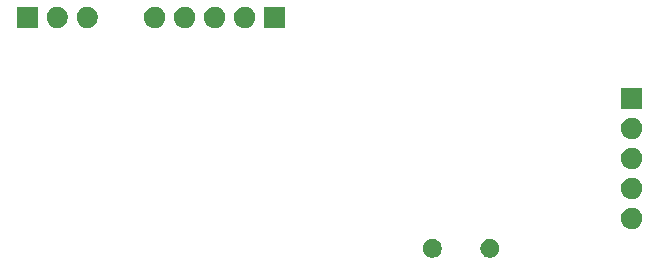
<source format=gbr>
%TF.GenerationSoftware,KiCad,Pcbnew,5.1.6-c6e7f7d~86~ubuntu18.04.1*%
%TF.CreationDate,2020-05-25T18:48:25+02:00*%
%TF.ProjectId,ft232rl_converter_v2,66743233-3272-46c5-9f63-6f6e76657274,1.0*%
%TF.SameCoordinates,PX4d83c00PY525bfc0*%
%TF.FileFunction,Soldermask,Bot*%
%TF.FilePolarity,Negative*%
%FSLAX46Y46*%
G04 Gerber Fmt 4.6, Leading zero omitted, Abs format (unit mm)*
G04 Created by KiCad (PCBNEW 5.1.6-c6e7f7d~86~ubuntu18.04.1) date 2020-05-25 18:48:25*
%MOMM*%
%LPD*%
G01*
G04 APERTURE LIST*
%ADD10C,0.150000*%
G04 APERTURE END LIST*
D10*
G36*
X38333642Y5850219D02*
G01*
X38479414Y5789838D01*
X38479416Y5789837D01*
X38610608Y5702178D01*
X38722178Y5590608D01*
X38809837Y5459416D01*
X38809838Y5459414D01*
X38870219Y5313642D01*
X38901000Y5158893D01*
X38901000Y5001107D01*
X38870219Y4846358D01*
X38809838Y4700586D01*
X38809837Y4700584D01*
X38722178Y4569392D01*
X38610608Y4457822D01*
X38479416Y4370163D01*
X38479415Y4370162D01*
X38479414Y4370162D01*
X38333642Y4309781D01*
X38178893Y4279000D01*
X38021107Y4279000D01*
X37866358Y4309781D01*
X37720586Y4370162D01*
X37720585Y4370162D01*
X37720584Y4370163D01*
X37589392Y4457822D01*
X37477822Y4569392D01*
X37390163Y4700584D01*
X37390162Y4700586D01*
X37329781Y4846358D01*
X37299000Y5001107D01*
X37299000Y5158893D01*
X37329781Y5313642D01*
X37390162Y5459414D01*
X37390163Y5459416D01*
X37477822Y5590608D01*
X37589392Y5702178D01*
X37720584Y5789837D01*
X37720586Y5789838D01*
X37866358Y5850219D01*
X38021107Y5881000D01*
X38178893Y5881000D01*
X38333642Y5850219D01*
G37*
G36*
X43213642Y5850219D02*
G01*
X43359414Y5789838D01*
X43359416Y5789837D01*
X43490608Y5702178D01*
X43602178Y5590608D01*
X43689837Y5459416D01*
X43689838Y5459414D01*
X43750219Y5313642D01*
X43781000Y5158893D01*
X43781000Y5001107D01*
X43750219Y4846358D01*
X43689838Y4700586D01*
X43689837Y4700584D01*
X43602178Y4569392D01*
X43490608Y4457822D01*
X43359416Y4370163D01*
X43359415Y4370162D01*
X43359414Y4370162D01*
X43213642Y4309781D01*
X43058893Y4279000D01*
X42901107Y4279000D01*
X42746358Y4309781D01*
X42600586Y4370162D01*
X42600585Y4370162D01*
X42600584Y4370163D01*
X42469392Y4457822D01*
X42357822Y4569392D01*
X42270163Y4700584D01*
X42270162Y4700586D01*
X42209781Y4846358D01*
X42179000Y5001107D01*
X42179000Y5158893D01*
X42209781Y5313642D01*
X42270162Y5459414D01*
X42270163Y5459416D01*
X42357822Y5590608D01*
X42469392Y5702178D01*
X42600584Y5789837D01*
X42600586Y5789838D01*
X42746358Y5850219D01*
X42901107Y5881000D01*
X43058893Y5881000D01*
X43213642Y5850219D01*
G37*
G36*
X55104512Y8516073D02*
G01*
X55253812Y8486376D01*
X55417784Y8418456D01*
X55565354Y8319853D01*
X55690853Y8194354D01*
X55789456Y8046784D01*
X55857376Y7882812D01*
X55892000Y7708741D01*
X55892000Y7531259D01*
X55857376Y7357188D01*
X55789456Y7193216D01*
X55690853Y7045646D01*
X55565354Y6920147D01*
X55417784Y6821544D01*
X55253812Y6753624D01*
X55104512Y6723927D01*
X55079742Y6719000D01*
X54902258Y6719000D01*
X54877488Y6723927D01*
X54728188Y6753624D01*
X54564216Y6821544D01*
X54416646Y6920147D01*
X54291147Y7045646D01*
X54192544Y7193216D01*
X54124624Y7357188D01*
X54090000Y7531259D01*
X54090000Y7708741D01*
X54124624Y7882812D01*
X54192544Y8046784D01*
X54291147Y8194354D01*
X54416646Y8319853D01*
X54564216Y8418456D01*
X54728188Y8486376D01*
X54877488Y8516073D01*
X54902258Y8521000D01*
X55079742Y8521000D01*
X55104512Y8516073D01*
G37*
G36*
X55104512Y11056073D02*
G01*
X55253812Y11026376D01*
X55417784Y10958456D01*
X55565354Y10859853D01*
X55690853Y10734354D01*
X55789456Y10586784D01*
X55857376Y10422812D01*
X55892000Y10248741D01*
X55892000Y10071259D01*
X55857376Y9897188D01*
X55789456Y9733216D01*
X55690853Y9585646D01*
X55565354Y9460147D01*
X55417784Y9361544D01*
X55253812Y9293624D01*
X55104512Y9263927D01*
X55079742Y9259000D01*
X54902258Y9259000D01*
X54877488Y9263927D01*
X54728188Y9293624D01*
X54564216Y9361544D01*
X54416646Y9460147D01*
X54291147Y9585646D01*
X54192544Y9733216D01*
X54124624Y9897188D01*
X54090000Y10071259D01*
X54090000Y10248741D01*
X54124624Y10422812D01*
X54192544Y10586784D01*
X54291147Y10734354D01*
X54416646Y10859853D01*
X54564216Y10958456D01*
X54728188Y11026376D01*
X54877488Y11056073D01*
X54902258Y11061000D01*
X55079742Y11061000D01*
X55104512Y11056073D01*
G37*
G36*
X55104512Y13596073D02*
G01*
X55253812Y13566376D01*
X55417784Y13498456D01*
X55565354Y13399853D01*
X55690853Y13274354D01*
X55789456Y13126784D01*
X55857376Y12962812D01*
X55892000Y12788741D01*
X55892000Y12611259D01*
X55857376Y12437188D01*
X55789456Y12273216D01*
X55690853Y12125646D01*
X55565354Y12000147D01*
X55417784Y11901544D01*
X55253812Y11833624D01*
X55104512Y11803927D01*
X55079742Y11799000D01*
X54902258Y11799000D01*
X54877488Y11803927D01*
X54728188Y11833624D01*
X54564216Y11901544D01*
X54416646Y12000147D01*
X54291147Y12125646D01*
X54192544Y12273216D01*
X54124624Y12437188D01*
X54090000Y12611259D01*
X54090000Y12788741D01*
X54124624Y12962812D01*
X54192544Y13126784D01*
X54291147Y13274354D01*
X54416646Y13399853D01*
X54564216Y13498456D01*
X54728188Y13566376D01*
X54877488Y13596073D01*
X54902258Y13601000D01*
X55079742Y13601000D01*
X55104512Y13596073D01*
G37*
G36*
X55104512Y16136073D02*
G01*
X55253812Y16106376D01*
X55417784Y16038456D01*
X55565354Y15939853D01*
X55690853Y15814354D01*
X55789456Y15666784D01*
X55857376Y15502812D01*
X55892000Y15328741D01*
X55892000Y15151259D01*
X55857376Y14977188D01*
X55789456Y14813216D01*
X55690853Y14665646D01*
X55565354Y14540147D01*
X55417784Y14441544D01*
X55253812Y14373624D01*
X55104512Y14343927D01*
X55079742Y14339000D01*
X54902258Y14339000D01*
X54877488Y14343927D01*
X54728188Y14373624D01*
X54564216Y14441544D01*
X54416646Y14540147D01*
X54291147Y14665646D01*
X54192544Y14813216D01*
X54124624Y14977188D01*
X54090000Y15151259D01*
X54090000Y15328741D01*
X54124624Y15502812D01*
X54192544Y15666784D01*
X54291147Y15814354D01*
X54416646Y15939853D01*
X54564216Y16038456D01*
X54728188Y16106376D01*
X54877488Y16136073D01*
X54902258Y16141000D01*
X55079742Y16141000D01*
X55104512Y16136073D01*
G37*
G36*
X55892000Y16879000D02*
G01*
X54090000Y16879000D01*
X54090000Y18681000D01*
X55892000Y18681000D01*
X55892000Y16879000D01*
G37*
G36*
X4711000Y23737000D02*
G01*
X2909000Y23737000D01*
X2909000Y25539000D01*
X4711000Y25539000D01*
X4711000Y23737000D01*
G37*
G36*
X25666000Y23737000D02*
G01*
X23864000Y23737000D01*
X23864000Y25539000D01*
X25666000Y25539000D01*
X25666000Y23737000D01*
G37*
G36*
X6463512Y25534073D02*
G01*
X6612812Y25504376D01*
X6776784Y25436456D01*
X6924354Y25337853D01*
X7049853Y25212354D01*
X7148456Y25064784D01*
X7216376Y24900812D01*
X7251000Y24726741D01*
X7251000Y24549259D01*
X7216376Y24375188D01*
X7148456Y24211216D01*
X7049853Y24063646D01*
X6924354Y23938147D01*
X6776784Y23839544D01*
X6612812Y23771624D01*
X6463512Y23741927D01*
X6438742Y23737000D01*
X6261258Y23737000D01*
X6236488Y23741927D01*
X6087188Y23771624D01*
X5923216Y23839544D01*
X5775646Y23938147D01*
X5650147Y24063646D01*
X5551544Y24211216D01*
X5483624Y24375188D01*
X5449000Y24549259D01*
X5449000Y24726741D01*
X5483624Y24900812D01*
X5551544Y25064784D01*
X5650147Y25212354D01*
X5775646Y25337853D01*
X5923216Y25436456D01*
X6087188Y25504376D01*
X6236488Y25534073D01*
X6261258Y25539000D01*
X6438742Y25539000D01*
X6463512Y25534073D01*
G37*
G36*
X9003512Y25534073D02*
G01*
X9152812Y25504376D01*
X9316784Y25436456D01*
X9464354Y25337853D01*
X9589853Y25212354D01*
X9688456Y25064784D01*
X9756376Y24900812D01*
X9791000Y24726741D01*
X9791000Y24549259D01*
X9756376Y24375188D01*
X9688456Y24211216D01*
X9589853Y24063646D01*
X9464354Y23938147D01*
X9316784Y23839544D01*
X9152812Y23771624D01*
X9003512Y23741927D01*
X8978742Y23737000D01*
X8801258Y23737000D01*
X8776488Y23741927D01*
X8627188Y23771624D01*
X8463216Y23839544D01*
X8315646Y23938147D01*
X8190147Y24063646D01*
X8091544Y24211216D01*
X8023624Y24375188D01*
X7989000Y24549259D01*
X7989000Y24726741D01*
X8023624Y24900812D01*
X8091544Y25064784D01*
X8190147Y25212354D01*
X8315646Y25337853D01*
X8463216Y25436456D01*
X8627188Y25504376D01*
X8776488Y25534073D01*
X8801258Y25539000D01*
X8978742Y25539000D01*
X9003512Y25534073D01*
G37*
G36*
X14718512Y25534073D02*
G01*
X14867812Y25504376D01*
X15031784Y25436456D01*
X15179354Y25337853D01*
X15304853Y25212354D01*
X15403456Y25064784D01*
X15471376Y24900812D01*
X15506000Y24726741D01*
X15506000Y24549259D01*
X15471376Y24375188D01*
X15403456Y24211216D01*
X15304853Y24063646D01*
X15179354Y23938147D01*
X15031784Y23839544D01*
X14867812Y23771624D01*
X14718512Y23741927D01*
X14693742Y23737000D01*
X14516258Y23737000D01*
X14491488Y23741927D01*
X14342188Y23771624D01*
X14178216Y23839544D01*
X14030646Y23938147D01*
X13905147Y24063646D01*
X13806544Y24211216D01*
X13738624Y24375188D01*
X13704000Y24549259D01*
X13704000Y24726741D01*
X13738624Y24900812D01*
X13806544Y25064784D01*
X13905147Y25212354D01*
X14030646Y25337853D01*
X14178216Y25436456D01*
X14342188Y25504376D01*
X14491488Y25534073D01*
X14516258Y25539000D01*
X14693742Y25539000D01*
X14718512Y25534073D01*
G37*
G36*
X22338512Y25534073D02*
G01*
X22487812Y25504376D01*
X22651784Y25436456D01*
X22799354Y25337853D01*
X22924853Y25212354D01*
X23023456Y25064784D01*
X23091376Y24900812D01*
X23126000Y24726741D01*
X23126000Y24549259D01*
X23091376Y24375188D01*
X23023456Y24211216D01*
X22924853Y24063646D01*
X22799354Y23938147D01*
X22651784Y23839544D01*
X22487812Y23771624D01*
X22338512Y23741927D01*
X22313742Y23737000D01*
X22136258Y23737000D01*
X22111488Y23741927D01*
X21962188Y23771624D01*
X21798216Y23839544D01*
X21650646Y23938147D01*
X21525147Y24063646D01*
X21426544Y24211216D01*
X21358624Y24375188D01*
X21324000Y24549259D01*
X21324000Y24726741D01*
X21358624Y24900812D01*
X21426544Y25064784D01*
X21525147Y25212354D01*
X21650646Y25337853D01*
X21798216Y25436456D01*
X21962188Y25504376D01*
X22111488Y25534073D01*
X22136258Y25539000D01*
X22313742Y25539000D01*
X22338512Y25534073D01*
G37*
G36*
X17258512Y25534073D02*
G01*
X17407812Y25504376D01*
X17571784Y25436456D01*
X17719354Y25337853D01*
X17844853Y25212354D01*
X17943456Y25064784D01*
X18011376Y24900812D01*
X18046000Y24726741D01*
X18046000Y24549259D01*
X18011376Y24375188D01*
X17943456Y24211216D01*
X17844853Y24063646D01*
X17719354Y23938147D01*
X17571784Y23839544D01*
X17407812Y23771624D01*
X17258512Y23741927D01*
X17233742Y23737000D01*
X17056258Y23737000D01*
X17031488Y23741927D01*
X16882188Y23771624D01*
X16718216Y23839544D01*
X16570646Y23938147D01*
X16445147Y24063646D01*
X16346544Y24211216D01*
X16278624Y24375188D01*
X16244000Y24549259D01*
X16244000Y24726741D01*
X16278624Y24900812D01*
X16346544Y25064784D01*
X16445147Y25212354D01*
X16570646Y25337853D01*
X16718216Y25436456D01*
X16882188Y25504376D01*
X17031488Y25534073D01*
X17056258Y25539000D01*
X17233742Y25539000D01*
X17258512Y25534073D01*
G37*
G36*
X19798512Y25534073D02*
G01*
X19947812Y25504376D01*
X20111784Y25436456D01*
X20259354Y25337853D01*
X20384853Y25212354D01*
X20483456Y25064784D01*
X20551376Y24900812D01*
X20586000Y24726741D01*
X20586000Y24549259D01*
X20551376Y24375188D01*
X20483456Y24211216D01*
X20384853Y24063646D01*
X20259354Y23938147D01*
X20111784Y23839544D01*
X19947812Y23771624D01*
X19798512Y23741927D01*
X19773742Y23737000D01*
X19596258Y23737000D01*
X19571488Y23741927D01*
X19422188Y23771624D01*
X19258216Y23839544D01*
X19110646Y23938147D01*
X18985147Y24063646D01*
X18886544Y24211216D01*
X18818624Y24375188D01*
X18784000Y24549259D01*
X18784000Y24726741D01*
X18818624Y24900812D01*
X18886544Y25064784D01*
X18985147Y25212354D01*
X19110646Y25337853D01*
X19258216Y25436456D01*
X19422188Y25504376D01*
X19571488Y25534073D01*
X19596258Y25539000D01*
X19773742Y25539000D01*
X19798512Y25534073D01*
G37*
M02*

</source>
